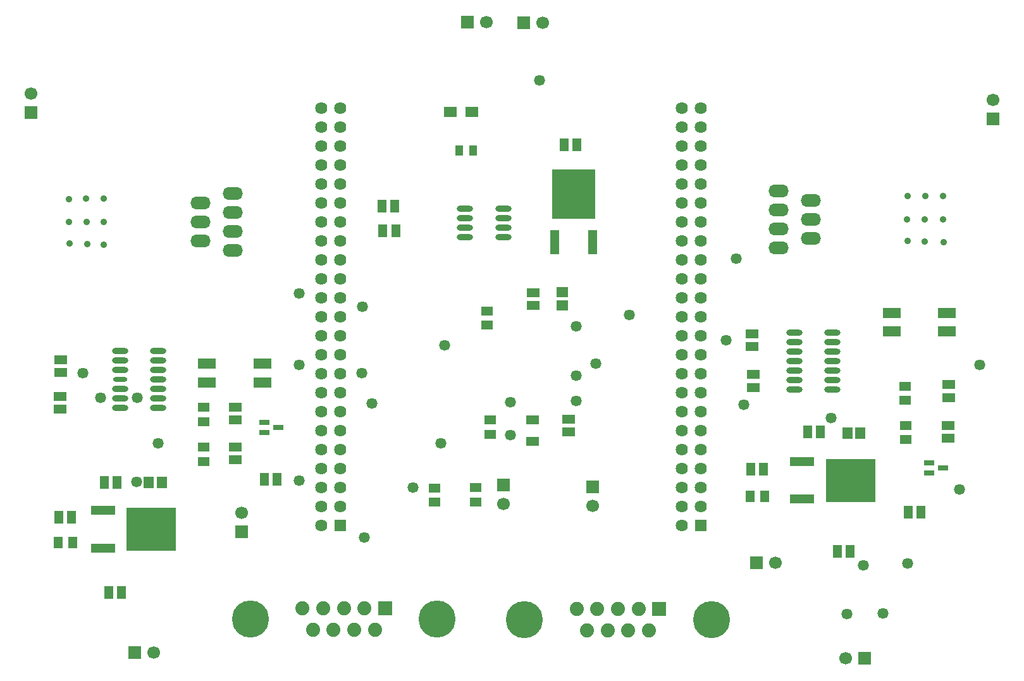
<source format=gts>
%FSAX44Y44*%
%MOMM*%
G71*
G01*
G75*
G04 Layer_Color=8388736*
%ADD10O,1.9500X0.6000*%
%ADD11R,1.5000X1.0000*%
%ADD12R,1.0000X1.5000*%
%ADD13R,0.8000X1.2000*%
%ADD14R,1.2000X0.6000*%
%ADD15R,2.2000X1.2000*%
%ADD16R,3.0500X1.1000*%
%ADD17R,6.5000X5.5500*%
%ADD18R,1.1000X3.0500*%
%ADD19R,5.5500X6.5000*%
%ADD20R,1.1000X1.3500*%
%ADD21R,1.3500X1.1000*%
%ADD22R,1.2500X1.4500*%
%ADD23R,1.4500X1.2500*%
%ADD24R,1.5000X1.2000*%
%ADD25R,1.5000X1.0000*%
%ADD26C,1.0000*%
%ADD27C,0.6000*%
%ADD28C,1.5000*%
%ADD29C,0.8000*%
%ADD30C,0.4000*%
%ADD31C,0.3000*%
%ADD32C,0.2000*%
%ADD33R,1.5000X1.5000*%
%ADD34C,1.5000*%
%ADD35R,1.5000X1.5000*%
%ADD36R,1.5240X1.5240*%
%ADD37C,1.5240*%
%ADD38C,4.7600*%
%ADD39R,1.6900X1.6900*%
%ADD40C,1.6900*%
%ADD41O,2.5000X1.5000*%
%ADD42C,0.7000*%
%ADD43C,1.2700*%
%ADD44R,5.3000X2.8000*%
%ADD45R,6.0000X2.1000*%
%ADD46R,3.9500X2.0500*%
%ADD47R,9.4000X6.8000*%
%ADD48R,2.4500X2.5500*%
%ADD49R,8.0000X10.0000*%
%ADD50C,0.5000*%
%ADD51C,0.2500*%
%ADD52C,0.2540*%
%ADD53C,0.0254*%
%ADD54C,0.1000*%
%ADD55C,0.1540*%
%ADD56C,0.1500*%
%ADD57O,2.1500X0.8000*%
%ADD58R,1.7000X1.2000*%
%ADD59R,1.2000X1.7000*%
%ADD60R,1.0000X1.4000*%
%ADD61R,1.4000X0.8000*%
%ADD62R,2.4000X1.4000*%
%ADD63R,3.2500X1.3000*%
%ADD64R,6.7000X5.7500*%
%ADD65R,1.3000X3.2500*%
%ADD66R,5.7500X6.7000*%
%ADD67R,1.3000X1.5500*%
%ADD68R,1.5500X1.3000*%
%ADD69R,1.4500X1.6500*%
%ADD70R,1.6500X1.4500*%
%ADD71R,1.7000X1.4000*%
%ADD72R,1.7000X1.2000*%
%ADD73R,1.7000X1.7000*%
%ADD74C,1.7000*%
%ADD75R,1.7000X1.7000*%
%ADD76R,1.6256X1.6256*%
%ADD77C,1.6256*%
%ADD78C,4.9600*%
%ADD79R,1.8900X1.8900*%
%ADD80C,1.8900*%
%ADD81O,2.7000X1.7000*%
%ADD82C,0.9000*%
%ADD83C,1.4700*%
D10*
X00153250Y00486500D02*
D03*
D57*
X00666000Y00676450D02*
D03*
Y00689150D02*
D03*
Y00701850D02*
D03*
Y00714550D02*
D03*
X00615000Y00676450D02*
D03*
Y00689150D02*
D03*
Y00701850D02*
D03*
Y00714550D02*
D03*
X00153250Y00524600D02*
D03*
Y00511900D02*
D03*
Y00499200D02*
D03*
Y00473800D02*
D03*
Y00461100D02*
D03*
Y00448400D02*
D03*
X00204250Y00524600D02*
D03*
Y00511900D02*
D03*
Y00499200D02*
D03*
Y00486500D02*
D03*
Y00473800D02*
D03*
Y00461100D02*
D03*
Y00448400D02*
D03*
X01106500Y00472900D02*
D03*
Y00485600D02*
D03*
Y00498300D02*
D03*
Y00511000D02*
D03*
Y00523700D02*
D03*
Y00536400D02*
D03*
Y00549100D02*
D03*
X01055500Y00472900D02*
D03*
Y00485600D02*
D03*
Y00498300D02*
D03*
Y00511000D02*
D03*
Y00523700D02*
D03*
Y00536400D02*
D03*
Y00549100D02*
D03*
D58*
X00753750Y00415500D02*
D03*
Y00432500D02*
D03*
X00073750Y00512750D02*
D03*
Y00495750D02*
D03*
X00705750Y00585250D02*
D03*
Y00602250D02*
D03*
X00073000Y00446000D02*
D03*
Y00463000D02*
D03*
X00307250Y00378500D02*
D03*
Y00395500D02*
D03*
X00307000Y00448750D02*
D03*
Y00431750D02*
D03*
X01000500Y00475500D02*
D03*
Y00492500D02*
D03*
X00999250Y00547250D02*
D03*
Y00530250D02*
D03*
X01262750Y00462000D02*
D03*
Y00479000D02*
D03*
X01261500Y00407500D02*
D03*
Y00424500D02*
D03*
D59*
X00149000Y00348500D02*
D03*
X00132000D02*
D03*
X01073750Y00415500D02*
D03*
X01090750D02*
D03*
X00071000Y00301500D02*
D03*
X00088000D02*
D03*
X00155000Y00201000D02*
D03*
X00138000D02*
D03*
X01113250Y00256250D02*
D03*
X01130250D02*
D03*
X00363500Y00352750D02*
D03*
X00346500D02*
D03*
X01014500Y00365750D02*
D03*
X00997500D02*
D03*
X01208000Y00308250D02*
D03*
X01225000D02*
D03*
X00504000Y00717750D02*
D03*
X00521000D02*
D03*
X00522000Y00685500D02*
D03*
X00505000D02*
D03*
X00764500Y00800250D02*
D03*
X00747500D02*
D03*
D60*
X00625250Y00793000D02*
D03*
X00607250D02*
D03*
D61*
X01254500Y00368000D02*
D03*
X01236000Y00361250D02*
D03*
Y00374500D02*
D03*
X00346500Y00428250D02*
D03*
Y00415000D02*
D03*
X00365000Y00421750D02*
D03*
D62*
X01260000Y00550250D02*
D03*
Y00575250D02*
D03*
X01186000Y00550250D02*
D03*
Y00575250D02*
D03*
X00269500Y00507250D02*
D03*
Y00482250D02*
D03*
X00343500Y00507250D02*
D03*
Y00482250D02*
D03*
D63*
X00130000Y00310790D02*
D03*
Y00260210D02*
D03*
X01066250Y00325710D02*
D03*
Y00376290D02*
D03*
D64*
X00194500Y00285500D02*
D03*
X01130750Y00351000D02*
D03*
D65*
X00734960Y00669750D02*
D03*
X00785540D02*
D03*
D66*
X00760250Y00734250D02*
D03*
D67*
X00089500Y00267500D02*
D03*
X00070500D02*
D03*
X00996750Y00329500D02*
D03*
X01015750D02*
D03*
D68*
X00265250Y00448750D02*
D03*
Y00429750D02*
D03*
Y00376250D02*
D03*
Y00395250D02*
D03*
X00644500Y00558750D02*
D03*
Y00577750D02*
D03*
X00629250Y00322250D02*
D03*
Y00341250D02*
D03*
X01204000Y00458000D02*
D03*
Y00477000D02*
D03*
X01204500Y00424750D02*
D03*
Y00405750D02*
D03*
X00648500Y00412750D02*
D03*
Y00431750D02*
D03*
X00574000Y00340500D02*
D03*
Y00321500D02*
D03*
D69*
X00191500Y00347750D02*
D03*
X00209000D02*
D03*
X01144000Y00414000D02*
D03*
X01126500D02*
D03*
D70*
X00745000Y00585500D02*
D03*
Y00603000D02*
D03*
D71*
X00624000Y00844500D02*
D03*
X00595000D02*
D03*
D72*
X00705000Y00403250D02*
D03*
Y00432250D02*
D03*
D73*
X00693000Y00963500D02*
D03*
X00617750Y00964250D02*
D03*
X01005000Y00240250D02*
D03*
X01150000Y00112500D02*
D03*
X00172750Y00120000D02*
D03*
D74*
X00718400Y00963500D02*
D03*
X00643150Y00964250D02*
D03*
X00666000Y00319100D02*
D03*
X01322000Y00860650D02*
D03*
X00033500Y00868900D02*
D03*
X01030400Y00240250D02*
D03*
X00315500Y00307150D02*
D03*
X00785500Y00316600D02*
D03*
X01124600Y00112500D02*
D03*
X00198150Y00120000D02*
D03*
D75*
X00666000Y00344500D02*
D03*
X01322000Y00835250D02*
D03*
X00033500Y00843500D02*
D03*
X00315500Y00281750D02*
D03*
X00785500Y00342000D02*
D03*
D76*
X00447794Y00290753D02*
D03*
X00930620Y00290780D02*
D03*
D77*
X00422394Y00290753D02*
D03*
X00447794Y00493953D02*
D03*
X00422394Y00468553D02*
D03*
X00447794D02*
D03*
Y00417753D02*
D03*
X00422394Y00443153D02*
D03*
Y00417753D02*
D03*
X00447794Y00519353D02*
D03*
Y00443153D02*
D03*
X00422394Y00493953D02*
D03*
Y00595553D02*
D03*
X00447794Y00392353D02*
D03*
Y00366953D02*
D03*
X00422394D02*
D03*
Y00392353D02*
D03*
Y00620953D02*
D03*
X00447794D02*
D03*
Y00646353D02*
D03*
X00422394D02*
D03*
X00447794Y00849553D02*
D03*
X00422394Y00824153D02*
D03*
X00447794Y00798753D02*
D03*
X00422394D02*
D03*
X00447794Y00773353D02*
D03*
X00422394D02*
D03*
Y00747953D02*
D03*
Y00722553D02*
D03*
Y00697153D02*
D03*
X00447794Y00722553D02*
D03*
Y00697153D02*
D03*
Y00671753D02*
D03*
X00422394D02*
D03*
X00447794Y00341553D02*
D03*
X00422394D02*
D03*
Y00519353D02*
D03*
X00447794Y00595553D02*
D03*
X00422394Y00570153D02*
D03*
X00447794Y00747953D02*
D03*
X00422394Y00849553D02*
D03*
X00447794Y00824153D02*
D03*
Y00544753D02*
D03*
Y00570153D02*
D03*
X00422394Y00544753D02*
D03*
X00447794Y00316153D02*
D03*
X00422394D02*
D03*
X00905220Y00290780D02*
D03*
X00930620Y00493980D02*
D03*
X00905220Y00468580D02*
D03*
X00930620D02*
D03*
Y00417780D02*
D03*
X00905220Y00443180D02*
D03*
Y00417780D02*
D03*
X00930620Y00519380D02*
D03*
Y00443180D02*
D03*
X00905220Y00493980D02*
D03*
Y00595580D02*
D03*
X00930620Y00392380D02*
D03*
Y00366980D02*
D03*
X00905220D02*
D03*
Y00392380D02*
D03*
Y00620980D02*
D03*
X00930620D02*
D03*
Y00646380D02*
D03*
X00905220D02*
D03*
X00930620Y00849580D02*
D03*
X00905220Y00824180D02*
D03*
X00930620Y00798780D02*
D03*
X00905220D02*
D03*
X00930620Y00773380D02*
D03*
X00905220D02*
D03*
Y00747980D02*
D03*
Y00722580D02*
D03*
Y00697180D02*
D03*
X00930620Y00722580D02*
D03*
Y00697180D02*
D03*
Y00671780D02*
D03*
X00905220D02*
D03*
X00930620Y00341580D02*
D03*
X00905220D02*
D03*
Y00519380D02*
D03*
X00930620Y00595580D02*
D03*
X00905220Y00570180D02*
D03*
X00930620Y00747980D02*
D03*
X00905220Y00849580D02*
D03*
X00930620Y00824180D02*
D03*
Y00544780D02*
D03*
Y00570180D02*
D03*
X00905220Y00544780D02*
D03*
X00930620Y00316180D02*
D03*
X00905220D02*
D03*
D78*
X00327800Y00165250D02*
D03*
X00577700D02*
D03*
X00694550Y00164500D02*
D03*
X00944450D02*
D03*
D79*
X00508150Y00179450D02*
D03*
X00874900Y00178700D02*
D03*
D80*
X00494300Y00151050D02*
D03*
X00480450Y00179450D02*
D03*
X00466600Y00151050D02*
D03*
X00452750Y00179450D02*
D03*
X00438900Y00151050D02*
D03*
X00425050Y00179450D02*
D03*
X00411200Y00151050D02*
D03*
X00397350Y00179450D02*
D03*
X00861050Y00150300D02*
D03*
X00847200Y00178700D02*
D03*
X00833350Y00150300D02*
D03*
X00819500Y00178700D02*
D03*
X00805650Y00150300D02*
D03*
X00791800Y00178700D02*
D03*
X00777950Y00150300D02*
D03*
X00764100Y00178700D02*
D03*
D81*
X00303580Y00659150D02*
D03*
Y00684550D02*
D03*
Y00709950D02*
D03*
Y00735350D02*
D03*
X00260400Y00722650D02*
D03*
Y00671850D02*
D03*
Y00697250D02*
D03*
X01077850Y00700750D02*
D03*
Y00726150D02*
D03*
Y00675350D02*
D03*
X01034670Y00662650D02*
D03*
Y00688050D02*
D03*
Y00713450D02*
D03*
Y00738850D02*
D03*
D82*
X00084500Y00727500D02*
D03*
X00107750Y00728250D02*
D03*
X00131500D02*
D03*
X00084750Y00697250D02*
D03*
X00108000D02*
D03*
X00131250D02*
D03*
X00085500Y00667750D02*
D03*
X00109000Y00667000D02*
D03*
X00131250Y00666750D02*
D03*
X01230250Y00700750D02*
D03*
X01254750D02*
D03*
X01206250D02*
D03*
X01207000Y00671500D02*
D03*
X01230500Y00670750D02*
D03*
X01255250Y00670000D02*
D03*
X01231250Y00732000D02*
D03*
X01254500Y00731750D02*
D03*
X01207000Y00732000D02*
D03*
D83*
X00763250Y00491500D02*
D03*
X00763500Y00457250D02*
D03*
X00175250Y00348750D02*
D03*
X00763500Y00557500D02*
D03*
X01304000Y00506000D02*
D03*
X01207000Y00240000D02*
D03*
X00978000Y00647750D02*
D03*
X01125750Y00172250D02*
D03*
X01147750Y00237500D02*
D03*
X00480250Y00274500D02*
D03*
X00477250Y00583250D02*
D03*
X00714500Y00886250D02*
D03*
X00103250Y00495000D02*
D03*
X00204250Y00400750D02*
D03*
X00490500Y00453750D02*
D03*
X00126750Y00462000D02*
D03*
X00587250Y00531500D02*
D03*
X00476250Y00494750D02*
D03*
X00675250Y00412000D02*
D03*
Y00456000D02*
D03*
X00789750Y00507000D02*
D03*
X00834500Y00572500D02*
D03*
X01174250Y00172750D02*
D03*
X01276750Y00338750D02*
D03*
X00393250Y00351000D02*
D03*
Y00601250D02*
D03*
X00988250Y00452000D02*
D03*
X00963925Y00538364D02*
D03*
X00582750Y00400500D02*
D03*
X00545000Y00341000D02*
D03*
X01105250Y00434500D02*
D03*
X00176250Y00462000D02*
D03*
X00392750Y00506000D02*
D03*
M02*

</source>
